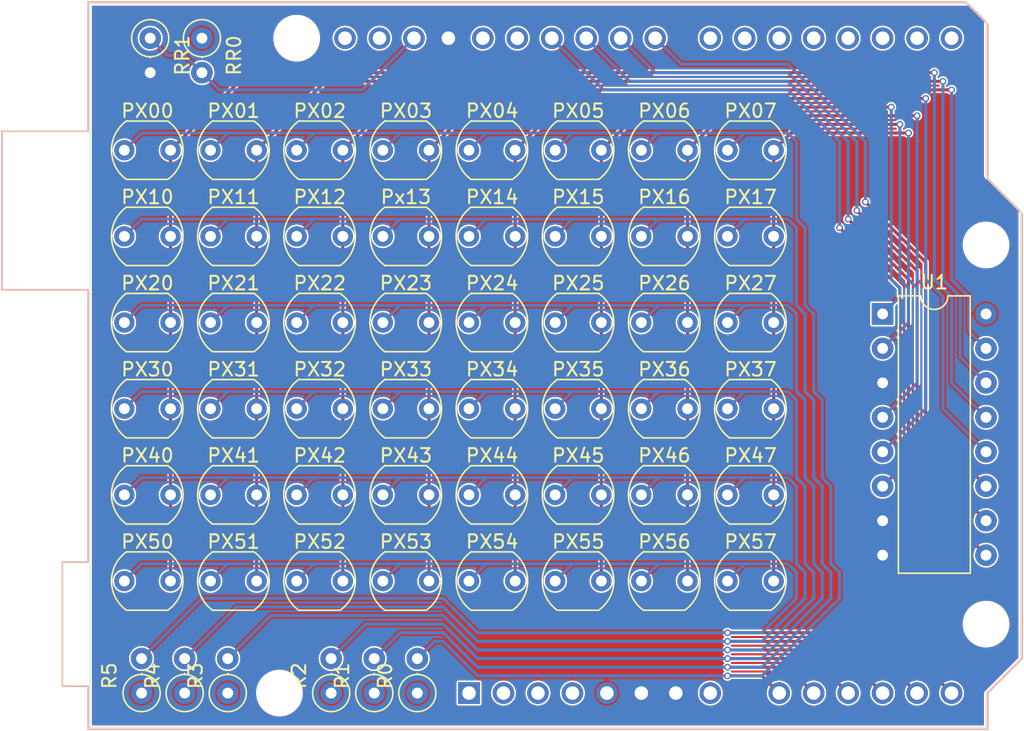
<source format=kicad_pcb>
(kicad_pcb (version 20171130) (host pcbnew 5.1.10)
  (layers (0 F.Cu signal) (31 B.Cu signal) (34 B.Paste user) (35 F.Paste user) (36 B.SilkS user hide) (37 F.SilkS user) (38 B.Mask user) (39 F.Mask user hide) (44 Edge.Cuts user))
  (net 0 "")
  (net 1 "Net-(A1-Pad16)")
  (net 2 "Net-(A1-Pad15)")
  (net 3 "Net-(A1-Pad30)")
  (net 4 "Net-(A1-Pad14)")
  (net 5 "Net-(A1-Pad13)")
  (net 6 "Net-(A1-Pad28)")
  (net 7 "Net-(A1-Pad12)")
  (net 8 "Net-(A1-Pad27)")
  (net 9 "Net-(A1-Pad11)")
  (net 10 "Net-(A1-Pad26)")
  (net 11 "Net-(A1-Pad10)")
  (net 12 "Net-(A1-Pad25)")
  (net 13 "Net-(A1-Pad9)")
  (net 14 "Net-(A1-Pad24)")
  (net 15 "Net-(A1-Pad8)")
  (net 16 "Net-(A1-Pad23)")
  (net 17 "Net-(A1-Pad22)")
  (net 18 "Net-(A1-Pad21)")
  (net 19 "Net-(A1-Pad20)")
  (net 20 "Net-(A1-Pad4)")
  (net 21 "Net-(A1-Pad19)")
  (net 22 "Net-(A1-Pad3)")
  (net 23 "Net-(A1-Pad18)")
  (net 24 "Net-(A1-Pad2)")
  (net 25 "Net-(A1-Pad17)")
  (net 26 "Net-(A1-Pad1)")
  (net 27 "Net-(A1-Pad31)")
  (net 28 "Net-(A1-Pad32)")
  (net 29 GND)
  (net 30 +5V)
  (net 31 "Net-(PX00-Pad2)")
  (net 32 "Net-(PX01-Pad2)")
  (net 33 "Net-(PX02-Pad2)")
  (net 34 "Net-(PX03-Pad2)")
  (net 35 "Net-(PX04-Pad2)")
  (net 36 "Net-(PX05-Pad2)")
  (net 37 "Net-(PX06-Pad2)")
  (net 38 "Net-(PX07-Pad2)")
  (module Module:Arduino_UNO_R3_WithMountingHoles (layer B.Cu) (at 217.17 144.78)
    (fp_text reference A1 (at 1.27 3.81 -180) (layer B.SilkS) (effects (justify mirror)))
    (fp_text value Arduino_Leonardo)
    (pad "" np_thru_hole circle (at 38.1 -5.08 270) (size 3.2 3.2) (drill 3.2) (layers *.Cu *.Mask))
    (pad "" np_thru_hole circle (at 38.1 -33.02 270) (size 3.2 3.2) (drill 3.2) (layers *.Cu *.Mask))
    (pad "" np_thru_hole circle (at -12.7 -48.26 270) (size 3.2 3.2) (drill 3.2) (layers *.Cu *.Mask))
    (pad "" np_thru_hole circle (at -13.97 0 270) (size 3.2 3.2) (drill 3.2) (layers *.Cu *.Mask))
    (pad 16 thru_hole oval (at 33.02 -48.26 270) (size 1.6 1.6) (drill 1) (layers *.Cu *.Mask) (net 1 "Net-(A1-Pad16)"))
    (pad 15 thru_hole oval (at 35.56 -48.26 270) (size 1.6 1.6) (drill 1) (layers *.Cu *.Mask) (net 2 "Net-(A1-Pad15)"))
    (pad 30 thru_hole oval (at -4.06 -48.26 270) (size 1.6 1.6) (drill 1) (layers *.Cu *.Mask) (net 3 "Net-(A1-Pad30)"))
    (pad 14 thru_hole oval (at 35.56 0 270) (size 1.6 1.6) (drill 1) (layers *.Cu *.Mask) (net 4 "Net-(A1-Pad14)"))
    (pad 29 thru_hole oval (at -1.52 -48.26 270) (size 1.6 1.6) (drill 1) (layers *.Cu *.Mask) (net 29 GND))
    (pad 13 thru_hole oval (at 33.02 0 270) (size 1.6 1.6) (drill 1) (layers *.Cu *.Mask) (net 5 "Net-(A1-Pad13)"))
    (pad 28 thru_hole oval (at 1.02 -48.26 270) (size 1.6 1.6) (drill 1) (layers *.Cu *.Mask) (net 6 "Net-(A1-Pad28)"))
    (pad 12 thru_hole oval (at 30.48 0 270) (size 1.6 1.6) (drill 1) (layers *.Cu *.Mask) (net 7 "Net-(A1-Pad12)"))
    (pad 27 thru_hole oval (at 3.56 -48.26 270) (size 1.6 1.6) (drill 1) (layers *.Cu *.Mask) (net 8 "Net-(A1-Pad27)"))
    (pad 11 thru_hole oval (at 27.94 0 270) (size 1.6 1.6) (drill 1) (layers *.Cu *.Mask) (net 9 "Net-(A1-Pad11)"))
    (pad 26 thru_hole oval (at 6.1 -48.26 270) (size 1.6 1.6) (drill 1) (layers *.Cu *.Mask) (net 10 "Net-(A1-Pad26)"))
    (pad 10 thru_hole oval (at 25.4 0 270) (size 1.6 1.6) (drill 1) (layers *.Cu *.Mask) (net 11 "Net-(A1-Pad10)"))
    (pad 25 thru_hole oval (at 8.64 -48.26 270) (size 1.6 1.6) (drill 1) (layers *.Cu *.Mask) (net 12 "Net-(A1-Pad25)"))
    (pad 9 thru_hole oval (at 22.86 0 270) (size 1.6 1.6) (drill 1) (layers *.Cu *.Mask) (net 13 "Net-(A1-Pad9)"))
    (pad 24 thru_hole oval (at 11.18 -48.26 270) (size 1.6 1.6) (drill 1) (layers *.Cu *.Mask) (net 14 "Net-(A1-Pad24)"))
    (pad 8 thru_hole oval (at 17.78 0 270) (size 1.6 1.6) (drill 1) (layers *.Cu *.Mask) (net 15 "Net-(A1-Pad8)"))
    (pad 23 thru_hole oval (at 13.72 -48.26 270) (size 1.6 1.6) (drill 1) (layers *.Cu *.Mask) (net 16 "Net-(A1-Pad23)"))
    (pad 7 thru_hole oval (at 15.24 0 270) (size 1.6 1.6) (drill 1) (layers *.Cu *.Mask) (net 29 GND))
    (pad 22 thru_hole oval (at 17.78 -48.26 270) (size 1.6 1.6) (drill 1) (layers *.Cu *.Mask) (net 17 "Net-(A1-Pad22)"))
    (pad 6 thru_hole oval (at 12.7 0 270) (size 1.6 1.6) (drill 1) (layers *.Cu *.Mask) (net 29 GND))
    (pad 21 thru_hole oval (at 20.32 -48.26 270) (size 1.6 1.6) (drill 1) (layers *.Cu *.Mask) (net 18 "Net-(A1-Pad21)"))
    (pad 5 thru_hole oval (at 10.16 0 270) (size 1.6 1.6) (drill 1) (layers *.Cu *.Mask) (net 30 +5V))
    (pad 20 thru_hole oval (at 22.86 -48.26 270) (size 1.6 1.6) (drill 1) (layers *.Cu *.Mask) (net 19 "Net-(A1-Pad20)"))
    (pad 4 thru_hole oval (at 7.62 0 270) (size 1.6 1.6) (drill 1) (layers *.Cu *.Mask) (net 20 "Net-(A1-Pad4)"))
    (pad 19 thru_hole oval (at 25.4 -48.26 270) (size 1.6 1.6) (drill 1) (layers *.Cu *.Mask) (net 21 "Net-(A1-Pad19)"))
    (pad 3 thru_hole oval (at 5.08 0 270) (size 1.6 1.6) (drill 1) (layers *.Cu *.Mask) (net 22 "Net-(A1-Pad3)"))
    (pad 18 thru_hole oval (at 27.94 -48.26 270) (size 1.6 1.6) (drill 1) (layers *.Cu *.Mask) (net 23 "Net-(A1-Pad18)"))
    (pad 2 thru_hole oval (at 2.54 0 270) (size 1.6 1.6) (drill 1) (layers *.Cu *.Mask) (net 24 "Net-(A1-Pad2)"))
    (pad 17 thru_hole oval (at 30.48 -48.26 270) (size 1.6 1.6) (drill 1) (layers *.Cu *.Mask) (net 25 "Net-(A1-Pad17)"))
    (pad 1 thru_hole rect (at 0 0 270) (size 1.6 1.6) (drill 1) (layers *.Cu *.Mask) (net 26 "Net-(A1-Pad1)"))
    (pad 31 thru_hole oval (at -6.6 -48.26 270) (size 1.6 1.6) (drill 1) (layers *.Cu *.Mask) (net 27 "Net-(A1-Pad31)"))
    (pad 32 thru_hole oval (at -9.14 -48.26 270) (size 1.6 1.6) (drill 1) (layers *.Cu *.Mask) (net 28 "Net-(A1-Pad32)"))
  )
  (module Package_DIP:DIP-16_W7.62mm (layer F.Cu) (at 247.65 116.84)
    (fp_text reference U1 (at 3.81 -2.33) (layer F.SilkS))
    (fp_text value CD4051B)
    (pad 16 thru_hole oval (at 7.62 0) (size 1.6 1.6) (drill 0.8) (layers *.Cu *.Mask) (net 30 +5V))
    (pad 8 thru_hole oval (at 0 17.78) (size 1.6 1.6) (drill 0.8) (layers *.Cu *.Mask) (net 29 GND))
    (pad 15 thru_hole oval (at 7.62 2.54) (size 1.6 1.6) (drill 0.8) (layers *.Cu *.Mask) (net 33 "Net-(PX02-Pad2)"))
    (pad 7 thru_hole oval (at 0 15.24) (size 1.6 1.6) (drill 0.8) (layers *.Cu *.Mask) (net 29 GND))
    (pad 14 thru_hole oval (at 7.62 5.08) (size 1.6 1.6) (drill 0.8) (layers *.Cu *.Mask) (net 32 "Net-(PX01-Pad2)"))
    (pad 6 thru_hole oval (at 0 12.7) (size 1.6 1.6) (drill 0.8) (layers *.Cu *.Mask) (net 10 "Net-(A1-Pad26)"))
    (pad 13 thru_hole oval (at 7.62 7.62) (size 1.6 1.6) (drill 0.8) (layers *.Cu *.Mask) (net 31 "Net-(PX00-Pad2)"))
    (pad 5 thru_hole oval (at 0 10.16) (size 1.6 1.6) (drill 0.8) (layers *.Cu *.Mask) (net 36 "Net-(PX05-Pad2)"))
    (pad 12 thru_hole oval (at 7.62 10.16) (size 1.6 1.6) (drill 0.8) (layers *.Cu *.Mask) (net 34 "Net-(PX03-Pad2)"))
    (pad 4 thru_hole oval (at 0 7.62) (size 1.6 1.6) (drill 0.8) (layers *.Cu *.Mask) (net 38 "Net-(PX07-Pad2)"))
    (pad 11 thru_hole oval (at 7.62 12.7) (size 1.6 1.6) (drill 0.8) (layers *.Cu *.Mask) (net 16 "Net-(A1-Pad23)"))
    (pad 3 thru_hole oval (at 0 5.08) (size 1.6 1.6) (drill 0.8) (layers *.Cu *.Mask) (net 29 GND))
    (pad 10 thru_hole oval (at 7.62 15.24) (size 1.6 1.6) (drill 0.8) (layers *.Cu *.Mask) (net 14 "Net-(A1-Pad24)"))
    (pad 2 thru_hole oval (at 0 2.54) (size 1.6 1.6) (drill 0.8) (layers *.Cu *.Mask) (net 37 "Net-(PX06-Pad2)"))
    (pad 9 thru_hole oval (at 7.62 17.78) (size 1.6 1.6) (drill 0.8) (layers *.Cu *.Mask) (net 12 "Net-(A1-Pad25)"))
    (pad 1 thru_hole rect (at 0 0) (size 1.6 1.6) (drill 0.8) (layers *.Cu *.Mask) (net 35 "Net-(PX04-Pad2)"))
  )
  (module Resistor_THT:R_Axial_DIN0207_L6.3mm_D2.5mm_P2.54mm_Vertical (layer F.Cu) (at 193.675 96.52 270)
    (fp_text reference RR1 (at 1.27 -2.37 90) (layer F.SilkS))
    (fp_text value R10K)
    (pad 2 thru_hole oval (at 2.54 0 270) (size 1.6 1.6) (drill 0.8) (layers *.Cu *.Mask) (net 29 GND))
    (pad 1 thru_hole circle (at 0 0 270) (size 1.6 1.6) (drill 0.8) (layers *.Cu *.Mask) (net 3 "Net-(A1-Pad30)"))
  )
  (module Resistor_THT:R_Axial_DIN0207_L6.3mm_D2.5mm_P2.54mm_Vertical (layer F.Cu) (at 197.485 96.52 270)
    (fp_text reference RR0 (at 1.27 -2.37 90) (layer F.SilkS))
    (fp_text value R10K)
    (pad 2 thru_hole oval (at 2.54 0 270) (size 1.6 1.6) (drill 0.8) (layers *.Cu *.Mask) (net 3 "Net-(A1-Pad30)"))
    (pad 1 thru_hole circle (at 0 0 270) (size 1.6 1.6) (drill 0.8) (layers *.Cu *.Mask) (net 30 +5V))
  )
  (module Resistor_THT:R_Axial_DIN0207_L6.3mm_D2.5mm_P2.54mm_Vertical (layer F.Cu) (at 193.04 144.78 90)
    (fp_text reference R5 (at 1.27 -2.37 90) (layer F.SilkS))
    (fp_text value R10K)
    (pad 2 thru_hole oval (at 2.54 0 90) (size 1.6 1.6) (drill 0.8) (layers *.Cu *.Mask) (net 4 "Net-(A1-Pad14)"))
    (pad 1 thru_hole circle (at 0 0 90) (size 1.6 1.6) (drill 0.8) (layers *.Cu *.Mask) (net 30 +5V))
  )
  (module Resistor_THT:R_Axial_DIN0207_L6.3mm_D2.5mm_P2.54mm_Vertical (layer F.Cu) (at 196.215 144.78 90)
    (fp_text reference R4 (at 1.27 -2.37 90) (layer F.SilkS))
    (fp_text value R10K)
    (pad 2 thru_hole oval (at 2.54 0 90) (size 1.6 1.6) (drill 0.8) (layers *.Cu *.Mask) (net 5 "Net-(A1-Pad13)"))
    (pad 1 thru_hole circle (at 0 0 90) (size 1.6 1.6) (drill 0.8) (layers *.Cu *.Mask) (net 30 +5V))
  )
  (module Resistor_THT:R_Axial_DIN0207_L6.3mm_D2.5mm_P2.54mm_Vertical (layer F.Cu) (at 199.39 144.78 90)
    (fp_text reference R3 (at 1.27 -2.37 90) (layer F.SilkS))
    (fp_text value R10K)
    (pad 2 thru_hole oval (at 2.54 0 90) (size 1.6 1.6) (drill 0.8) (layers *.Cu *.Mask) (net 7 "Net-(A1-Pad12)"))
    (pad 1 thru_hole circle (at 0 0 90) (size 1.6 1.6) (drill 0.8) (layers *.Cu *.Mask) (net 30 +5V))
  )
  (module Resistor_THT:R_Axial_DIN0207_L6.3mm_D2.5mm_P2.54mm_Vertical (layer F.Cu) (at 207.01 144.78 90)
    (fp_text reference R2 (at 1.27 -2.37 90) (layer F.SilkS))
    (fp_text value R10K)
    (pad 2 thru_hole oval (at 2.54 0 90) (size 1.6 1.6) (drill 0.8) (layers *.Cu *.Mask) (net 9 "Net-(A1-Pad11)"))
    (pad 1 thru_hole circle (at 0 0 90) (size 1.6 1.6) (drill 0.8) (layers *.Cu *.Mask) (net 30 +5V))
  )
  (module Resistor_THT:R_Axial_DIN0207_L6.3mm_D2.5mm_P2.54mm_Vertical (layer F.Cu) (at 210.185 144.78 90)
    (fp_text reference R1 (at 1.27 -2.37 90) (layer F.SilkS))
    (fp_text value R10K)
    (pad 2 thru_hole oval (at 2.54 0 90) (size 1.6 1.6) (drill 0.8) (layers *.Cu *.Mask) (net 11 "Net-(A1-Pad10)"))
    (pad 1 thru_hole circle (at 0 0 90) (size 1.6 1.6) (drill 0.8) (layers *.Cu *.Mask) (net 30 +5V))
  )
  (module Resistor_THT:R_Axial_DIN0207_L6.3mm_D2.5mm_P2.54mm_Vertical (layer F.Cu) (at 213.36 144.78 90)
    (fp_text reference R0 (at 1.27 -2.37 90) (layer F.SilkS))
    (fp_text value R10K)
    (pad 2 thru_hole oval (at 2.54 0 90) (size 1.6 1.6) (drill 0.8) (layers *.Cu *.Mask) (net 13 "Net-(A1-Pad9)"))
    (pad 1 thru_hole circle (at 0 0 90) (size 1.6 1.6) (drill 0.8) (layers *.Cu *.Mask) (net 30 +5V))
  )
  (module OptoDevice:R_LDR_5.1x4.3mm_P3.4mm_Vertical (layer F.Cu) (at 236.22 111.125)
    (fp_text reference PX17 (at 1.7 -2.9) (layer F.SilkS))
    (fp_text value GL5516)
    (pad 1 thru_hole circle (at 0 0) (size 1.5 1.5) (drill 0.8) (layers *.Cu *.Mask) (net 11 "Net-(A1-Pad10)"))
    (pad 2 thru_hole circle (at 3.4 0) (size 1.5 1.5) (drill 0.8) (layers *.Cu *.Mask) (net 38 "Net-(PX07-Pad2)"))
  )
  (module OptoDevice:R_LDR_5.1x4.3mm_P3.4mm_Vertical (layer F.Cu) (at 229.87 111.125)
    (fp_text reference PX16 (at 1.7 -2.9) (layer F.SilkS))
    (fp_text value GL5516)
    (pad 1 thru_hole circle (at 0 0) (size 1.5 1.5) (drill 0.8) (layers *.Cu *.Mask) (net 11 "Net-(A1-Pad10)"))
    (pad 2 thru_hole circle (at 3.4 0) (size 1.5 1.5) (drill 0.8) (layers *.Cu *.Mask) (net 37 "Net-(PX06-Pad2)"))
  )
  (module OptoDevice:R_LDR_5.1x4.3mm_P3.4mm_Vertical (layer F.Cu) (at 223.52 111.125)
    (fp_text reference PX15 (at 1.7 -2.9) (layer F.SilkS))
    (fp_text value GL5516)
    (pad 1 thru_hole circle (at 0 0) (size 1.5 1.5) (drill 0.8) (layers *.Cu *.Mask) (net 11 "Net-(A1-Pad10)"))
    (pad 2 thru_hole circle (at 3.4 0) (size 1.5 1.5) (drill 0.8) (layers *.Cu *.Mask) (net 36 "Net-(PX05-Pad2)"))
  )
  (module OptoDevice:R_LDR_5.1x4.3mm_P3.4mm_Vertical (layer F.Cu) (at 217.17 111.125)
    (fp_text reference PX14 (at 1.7 -2.9) (layer F.SilkS))
    (fp_text value GL5516)
    (pad 1 thru_hole circle (at 0 0) (size 1.5 1.5) (drill 0.8) (layers *.Cu *.Mask) (net 11 "Net-(A1-Pad10)"))
    (pad 2 thru_hole circle (at 3.4 0) (size 1.5 1.5) (drill 0.8) (layers *.Cu *.Mask) (net 35 "Net-(PX04-Pad2)"))
  )
  (module OptoDevice:R_LDR_5.1x4.3mm_P3.4mm_Vertical (layer F.Cu) (at 210.82 111.125)
    (fp_text reference Px13 (at 1.7 -2.9) (layer F.SilkS))
    (fp_text value GL5516)
    (pad 1 thru_hole circle (at 0 0) (size 1.5 1.5) (drill 0.8) (layers *.Cu *.Mask) (net 11 "Net-(A1-Pad10)"))
    (pad 2 thru_hole circle (at 3.4 0) (size 1.5 1.5) (drill 0.8) (layers *.Cu *.Mask) (net 34 "Net-(PX03-Pad2)"))
  )
  (module OptoDevice:R_LDR_5.1x4.3mm_P3.4mm_Vertical (layer F.Cu) (at 204.47 111.125)
    (fp_text reference PX12 (at 1.7 -2.9) (layer F.SilkS))
    (fp_text value GL5516)
    (pad 1 thru_hole circle (at 0 0) (size 1.5 1.5) (drill 0.8) (layers *.Cu *.Mask) (net 11 "Net-(A1-Pad10)"))
    (pad 2 thru_hole circle (at 3.4 0) (size 1.5 1.5) (drill 0.8) (layers *.Cu *.Mask) (net 33 "Net-(PX02-Pad2)"))
  )
  (module OptoDevice:R_LDR_5.1x4.3mm_P3.4mm_Vertical (layer F.Cu) (at 198.12 111.125)
    (fp_text reference PX11 (at 1.7 -2.9) (layer F.SilkS))
    (fp_text value GL5516)
    (pad 1 thru_hole circle (at 0 0) (size 1.5 1.5) (drill 0.8) (layers *.Cu *.Mask) (net 11 "Net-(A1-Pad10)"))
    (pad 2 thru_hole circle (at 3.4 0) (size 1.5 1.5) (drill 0.8) (layers *.Cu *.Mask) (net 32 "Net-(PX01-Pad2)"))
  )
  (module OptoDevice:R_LDR_5.1x4.3mm_P3.4mm_Vertical (layer F.Cu) (at 191.77 111.125)
    (fp_text reference PX10 (at 1.7 -2.9) (layer F.SilkS))
    (fp_text value GL5516)
    (pad 1 thru_hole circle (at 0 0) (size 1.5 1.5) (drill 0.8) (layers *.Cu *.Mask) (net 11 "Net-(A1-Pad10)"))
    (pad 2 thru_hole circle (at 3.4 0) (size 1.5 1.5) (drill 0.8) (layers *.Cu *.Mask) (net 31 "Net-(PX00-Pad2)"))
  )
  (module OptoDevice:R_LDR_5.1x4.3mm_P3.4mm_Vertical (layer F.Cu) (at 236.22 136.525)
    (fp_text reference PX57 (at 1.7 -2.9) (layer F.SilkS))
    (fp_text value GL5516)
    (pad 1 thru_hole circle (at 0 0) (size 1.5 1.5) (drill 0.8) (layers *.Cu *.Mask) (net 4 "Net-(A1-Pad14)"))
    (pad 2 thru_hole circle (at 3.4 0) (size 1.5 1.5) (drill 0.8) (layers *.Cu *.Mask) (net 38 "Net-(PX07-Pad2)"))
  )
  (module OptoDevice:R_LDR_5.1x4.3mm_P3.4mm_Vertical (layer F.Cu) (at 229.87 136.525)
    (fp_text reference PX56 (at 1.7 -2.9) (layer F.SilkS))
    (fp_text value GL5516)
    (pad 1 thru_hole circle (at 0 0) (size 1.5 1.5) (drill 0.8) (layers *.Cu *.Mask) (net 4 "Net-(A1-Pad14)"))
    (pad 2 thru_hole circle (at 3.4 0) (size 1.5 1.5) (drill 0.8) (layers *.Cu *.Mask) (net 37 "Net-(PX06-Pad2)"))
  )
  (module OptoDevice:R_LDR_5.1x4.3mm_P3.4mm_Vertical (layer F.Cu) (at 223.52 136.525)
    (fp_text reference PX55 (at 1.7 -2.9) (layer F.SilkS))
    (fp_text value GL5516)
    (pad 1 thru_hole circle (at 0 0) (size 1.5 1.5) (drill 0.8) (layers *.Cu *.Mask) (net 4 "Net-(A1-Pad14)"))
    (pad 2 thru_hole circle (at 3.4 0) (size 1.5 1.5) (drill 0.8) (layers *.Cu *.Mask) (net 36 "Net-(PX05-Pad2)"))
  )
  (module OptoDevice:R_LDR_5.1x4.3mm_P3.4mm_Vertical (layer F.Cu) (at 217.17 136.525)
    (fp_text reference PX54 (at 1.7 -2.9) (layer F.SilkS))
    (fp_text value GL5516)
    (pad 1 thru_hole circle (at 0 0) (size 1.5 1.5) (drill 0.8) (layers *.Cu *.Mask) (net 4 "Net-(A1-Pad14)"))
    (pad 2 thru_hole circle (at 3.4 0) (size 1.5 1.5) (drill 0.8) (layers *.Cu *.Mask) (net 35 "Net-(PX04-Pad2)"))
  )
  (module OptoDevice:R_LDR_5.1x4.3mm_P3.4mm_Vertical (layer F.Cu) (at 210.82 136.525)
    (fp_text reference PX53 (at 1.7 -2.9) (layer F.SilkS))
    (fp_text value GL5516)
    (pad 1 thru_hole circle (at 0 0) (size 1.5 1.5) (drill 0.8) (layers *.Cu *.Mask) (net 4 "Net-(A1-Pad14)"))
    (pad 2 thru_hole circle (at 3.4 0) (size 1.5 1.5) (drill 0.8) (layers *.Cu *.Mask) (net 34 "Net-(PX03-Pad2)"))
  )
  (module OptoDevice:R_LDR_5.1x4.3mm_P3.4mm_Vertical (layer F.Cu) (at 204.47 136.525)
    (fp_text reference PX52 (at 1.7 -2.9) (layer F.SilkS))
    (fp_text value GL5516)
    (pad 1 thru_hole circle (at 0 0) (size 1.5 1.5) (drill 0.8) (layers *.Cu *.Mask) (net 4 "Net-(A1-Pad14)"))
    (pad 2 thru_hole circle (at 3.4 0) (size 1.5 1.5) (drill 0.8) (layers *.Cu *.Mask) (net 33 "Net-(PX02-Pad2)"))
  )
  (module OptoDevice:R_LDR_5.1x4.3mm_P3.4mm_Vertical (layer F.Cu) (at 198.12 136.525)
    (fp_text reference PX51 (at 1.7 -2.9) (layer F.SilkS))
    (fp_text value GL5516)
    (pad 1 thru_hole circle (at 0 0) (size 1.5 1.5) (drill 0.8) (layers *.Cu *.Mask) (net 4 "Net-(A1-Pad14)"))
    (pad 2 thru_hole circle (at 3.4 0) (size 1.5 1.5) (drill 0.8) (layers *.Cu *.Mask) (net 32 "Net-(PX01-Pad2)"))
  )
  (module OptoDevice:R_LDR_5.1x4.3mm_P3.4mm_Vertical (layer F.Cu) (at 191.77 136.525)
    (fp_text reference PX50 (at 1.7 -2.9) (layer F.SilkS))
    (fp_text value GL5516)
    (pad 1 thru_hole circle (at 0 0) (size 1.5 1.5) (drill 0.8) (layers *.Cu *.Mask) (net 4 "Net-(A1-Pad14)"))
    (pad 2 thru_hole circle (at 3.4 0) (size 1.5 1.5) (drill 0.8) (layers *.Cu *.Mask) (net 31 "Net-(PX00-Pad2)"))
  )
  (module OptoDevice:R_LDR_5.1x4.3mm_P3.4mm_Vertical (layer F.Cu) (at 236.22 130.175)
    (fp_text reference PX47 (at 1.7 -2.9) (layer F.SilkS))
    (fp_text value GL5516)
    (pad 1 thru_hole circle (at 0 0) (size 1.5 1.5) (drill 0.8) (layers *.Cu *.Mask) (net 5 "Net-(A1-Pad13)"))
    (pad 2 thru_hole circle (at 3.4 0) (size 1.5 1.5) (drill 0.8) (layers *.Cu *.Mask) (net 38 "Net-(PX07-Pad2)"))
  )
  (module OptoDevice:R_LDR_5.1x4.3mm_P3.4mm_Vertical (layer F.Cu) (at 229.87 130.175)
    (fp_text reference PX46 (at 1.7 -2.9) (layer F.SilkS))
    (fp_text value GL5516)
    (pad 1 thru_hole circle (at 0 0) (size 1.5 1.5) (drill 0.8) (layers *.Cu *.Mask) (net 5 "Net-(A1-Pad13)"))
    (pad 2 thru_hole circle (at 3.4 0) (size 1.5 1.5) (drill 0.8) (layers *.Cu *.Mask) (net 37 "Net-(PX06-Pad2)"))
  )
  (module OptoDevice:R_LDR_5.1x4.3mm_P3.4mm_Vertical (layer F.Cu) (at 223.52 130.175)
    (fp_text reference PX45 (at 1.7 -2.9) (layer F.SilkS))
    (fp_text value GL5516)
    (pad 1 thru_hole circle (at 0 0) (size 1.5 1.5) (drill 0.8) (layers *.Cu *.Mask) (net 5 "Net-(A1-Pad13)"))
    (pad 2 thru_hole circle (at 3.4 0) (size 1.5 1.5) (drill 0.8) (layers *.Cu *.Mask) (net 36 "Net-(PX05-Pad2)"))
  )
  (module OptoDevice:R_LDR_5.1x4.3mm_P3.4mm_Vertical (layer F.Cu) (at 217.17 130.175)
    (fp_text reference PX44 (at 1.7 -2.9) (layer F.SilkS))
    (fp_text value GL5516)
    (pad 1 thru_hole circle (at 0 0) (size 1.5 1.5) (drill 0.8) (layers *.Cu *.Mask) (net 5 "Net-(A1-Pad13)"))
    (pad 2 thru_hole circle (at 3.4 0) (size 1.5 1.5) (drill 0.8) (layers *.Cu *.Mask) (net 35 "Net-(PX04-Pad2)"))
  )
  (module OptoDevice:R_LDR_5.1x4.3mm_P3.4mm_Vertical (layer F.Cu) (at 210.82 130.175)
    (fp_text reference PX43 (at 1.7 -2.9) (layer F.SilkS))
    (fp_text value GL5516)
    (pad 1 thru_hole circle (at 0 0) (size 1.5 1.5) (drill 0.8) (layers *.Cu *.Mask) (net 5 "Net-(A1-Pad13)"))
    (pad 2 thru_hole circle (at 3.4 0) (size 1.5 1.5) (drill 0.8) (layers *.Cu *.Mask) (net 34 "Net-(PX03-Pad2)"))
  )
  (module OptoDevice:R_LDR_5.1x4.3mm_P3.4mm_Vertical (layer F.Cu) (at 204.47 130.175)
    (fp_text reference PX42 (at 1.7 -2.9) (layer F.SilkS))
    (fp_text value GL5516)
    (pad 1 thru_hole circle (at 0 0) (size 1.5 1.5) (drill 0.8) (layers *.Cu *.Mask) (net 5 "Net-(A1-Pad13)"))
    (pad 2 thru_hole circle (at 3.4 0) (size 1.5 1.5) (drill 0.8) (layers *.Cu *.Mask) (net 33 "Net-(PX02-Pad2)"))
  )
  (module OptoDevice:R_LDR_5.1x4.3mm_P3.4mm_Vertical (layer F.Cu) (at 198.12 130.175)
    (fp_text reference PX41 (at 1.7 -2.9) (layer F.SilkS))
    (fp_text value GL5516)
    (pad 1 thru_hole circle (at 0 0) (size 1.5 1.5) (drill 0.8) (layers *.Cu *.Mask) (net 5 "Net-(A1-Pad13)"))
    (pad 2 thru_hole circle (at 3.4 0) (size 1.5 1.5) (drill 0.8) (layers *.Cu *.Mask) (net 32 "Net-(PX01-Pad2)"))
  )
  (module OptoDevice:R_LDR_5.1x4.3mm_P3.4mm_Vertical (layer F.Cu) (at 191.77 130.175)
    (fp_text reference PX40 (at 1.7 -2.9) (layer F.SilkS))
    (fp_text value GL5516)
    (pad 1 thru_hole circle (at 0 0) (size 1.5 1.5) (drill 0.8) (layers *.Cu *.Mask) (net 5 "Net-(A1-Pad13)"))
    (pad 2 thru_hole circle (at 3.4 0) (size 1.5 1.5) (drill 0.8) (layers *.Cu *.Mask) (net 31 "Net-(PX00-Pad2)"))
  )
  (module OptoDevice:R_LDR_5.1x4.3mm_P3.4mm_Vertical (layer F.Cu) (at 236.22 123.825)
    (fp_text reference PX37 (at 1.7 -2.9) (layer F.SilkS))
    (fp_text value GL5516)
    (pad 1 thru_hole circle (at 0 0) (size 1.5 1.5) (drill 0.8) (layers *.Cu *.Mask) (net 7 "Net-(A1-Pad12)"))
    (pad 2 thru_hole circle (at 3.4 0) (size 1.5 1.5) (drill 0.8) (layers *.Cu *.Mask) (net 38 "Net-(PX07-Pad2)"))
  )
  (module OptoDevice:R_LDR_5.1x4.3mm_P3.4mm_Vertical (layer F.Cu) (at 229.87 123.825)
    (fp_text reference PX36 (at 1.7 -2.9) (layer F.SilkS))
    (fp_text value GL5516)
    (pad 1 thru_hole circle (at 0 0) (size 1.5 1.5) (drill 0.8) (layers *.Cu *.Mask) (net 7 "Net-(A1-Pad12)"))
    (pad 2 thru_hole circle (at 3.4 0) (size 1.5 1.5) (drill 0.8) (layers *.Cu *.Mask) (net 37 "Net-(PX06-Pad2)"))
  )
  (module OptoDevice:R_LDR_5.1x4.3mm_P3.4mm_Vertical (layer F.Cu) (at 223.52 123.825)
    (fp_text reference PX35 (at 1.7 -2.9) (layer F.SilkS))
    (fp_text value GL5516)
    (pad 1 thru_hole circle (at 0 0) (size 1.5 1.5) (drill 0.8) (layers *.Cu *.Mask) (net 7 "Net-(A1-Pad12)"))
    (pad 2 thru_hole circle (at 3.4 0) (size 1.5 1.5) (drill 0.8) (layers *.Cu *.Mask) (net 36 "Net-(PX05-Pad2)"))
  )
  (module OptoDevice:R_LDR_5.1x4.3mm_P3.4mm_Vertical (layer F.Cu) (at 217.17 123.825)
    (fp_text reference PX34 (at 1.7 -2.9) (layer F.SilkS))
    (fp_text value GL5516)
    (pad 1 thru_hole circle (at 0 0) (size 1.5 1.5) (drill 0.8) (layers *.Cu *.Mask) (net 7 "Net-(A1-Pad12)"))
    (pad 2 thru_hole circle (at 3.4 0) (size 1.5 1.5) (drill 0.8) (layers *.Cu *.Mask) (net 35 "Net-(PX04-Pad2)"))
  )
  (module OptoDevice:R_LDR_5.1x4.3mm_P3.4mm_Vertical (layer F.Cu) (at 210.82 123.825)
    (fp_text reference PX33 (at 1.7 -2.9) (layer F.SilkS))
    (fp_text value GL5516)
    (pad 1 thru_hole circle (at 0 0) (size 1.5 1.5) (drill 0.8) (layers *.Cu *.Mask) (net 7 "Net-(A1-Pad12)"))
    (pad 2 thru_hole circle (at 3.4 0) (size 1.5 1.5) (drill 0.8) (layers *.Cu *.Mask) (net 34 "Net-(PX03-Pad2)"))
  )
  (module OptoDevice:R_LDR_5.1x4.3mm_P3.4mm_Vertical (layer F.Cu) (at 204.47 123.825)
    (fp_text reference PX32 (at 1.7 -2.9) (layer F.SilkS))
    (fp_text value GL5516)
    (pad 1 thru_hole circle (at 0 0) (size 1.5 1.5) (drill 0.8) (layers *.Cu *.Mask) (net 7 "Net-(A1-Pad12)"))
    (pad 2 thru_hole circle (at 3.4 0) (size 1.5 1.5) (drill 0.8) (layers *.Cu *.Mask) (net 33 "Net-(PX02-Pad2)"))
  )
  (module OptoDevice:R_LDR_5.1x4.3mm_P3.4mm_Vertical (layer F.Cu) (at 198.12 123.825)
    (fp_text reference PX31 (at 1.7 -2.9) (layer F.SilkS))
    (fp_text value GL5516)
    (pad 1 thru_hole circle (at 0 0) (size 1.5 1.5) (drill 0.8) (layers *.Cu *.Mask) (net 7 "Net-(A1-Pad12)"))
    (pad 2 thru_hole circle (at 3.4 0) (size 1.5 1.5) (drill 0.8) (layers *.Cu *.Mask) (net 32 "Net-(PX01-Pad2)"))
  )
  (module OptoDevice:R_LDR_5.1x4.3mm_P3.4mm_Vertical (layer F.Cu) (at 191.77 123.825)
    (fp_text reference PX30 (at 1.7 -2.9) (layer F.SilkS))
    (fp_text value GL5516)
    (pad 1 thru_hole circle (at 0 0) (size 1.5 1.5) (drill 0.8) (layers *.Cu *.Mask) (net 7 "Net-(A1-Pad12)"))
    (pad 2 thru_hole circle (at 3.4 0) (size 1.5 1.5) (drill 0.8) (layers *.Cu *.Mask) (net 31 "Net-(PX00-Pad2)"))
  )
  (module OptoDevice:R_LDR_5.1x4.3mm_P3.4mm_Vertical (layer F.Cu) (at 236.22 117.475)
    (fp_text reference PX27 (at 1.7 -2.9) (layer F.SilkS))
    (fp_text value GL5516)
    (pad 1 thru_hole circle (at 0 0) (size 1.5 1.5) (drill 0.8) (layers *.Cu *.Mask) (net 9 "Net-(A1-Pad11)"))
    (pad 2 thru_hole circle (at 3.4 0) (size 1.5 1.5) (drill 0.8) (layers *.Cu *.Mask) (net 38 "Net-(PX07-Pad2)"))
  )
  (module OptoDevice:R_LDR_5.1x4.3mm_P3.4mm_Vertical (layer F.Cu) (at 229.87 117.475)
    (fp_text reference PX26 (at 1.7 -2.9) (layer F.SilkS))
    (fp_text value GL5516)
    (pad 1 thru_hole circle (at 0 0) (size 1.5 1.5) (drill 0.8) (layers *.Cu *.Mask) (net 9 "Net-(A1-Pad11)"))
    (pad 2 thru_hole circle (at 3.4 0) (size 1.5 1.5) (drill 0.8) (layers *.Cu *.Mask) (net 37 "Net-(PX06-Pad2)"))
  )
  (module OptoDevice:R_LDR_5.1x4.3mm_P3.4mm_Vertical (layer F.Cu) (at 223.52 117.475)
    (fp_text reference PX25 (at 1.7 -2.9) (layer F.SilkS))
    (fp_text value GL5516)
    (pad 1 thru_hole circle (at 0 0) (size 1.5 1.5) (drill 0.8) (layers *.Cu *.Mask) (net 9 "Net-(A1-Pad11)"))
    (pad 2 thru_hole circle (at 3.4 0) (size 1.5 1.5) (drill 0.8) (layers *.Cu *.Mask) (net 36 "Net-(PX05-Pad2)"))
  )
  (module OptoDevice:R_LDR_5.1x4.3mm_P3.4mm_Vertical (layer F.Cu) (at 217.17 117.475)
    (fp_text reference PX24 (at 1.7 -2.9) (layer F.SilkS))
    (fp_text value GL5516)
    (pad 1 thru_hole circle (at 0 0) (size 1.5 1.5) (drill 0.8) (layers *.Cu *.Mask) (net 9 "Net-(A1-Pad11)"))
    (pad 2 thru_hole circle (at 3.4 0) (size 1.5 1.5) (drill 0.8) (layers *.Cu *.Mask) (net 35 "Net-(PX04-Pad2)"))
  )
  (module OptoDevice:R_LDR_5.1x4.3mm_P3.4mm_Vertical (layer F.Cu) (at 210.82 117.475)
    (fp_text reference PX23 (at 1.7 -2.9) (layer F.SilkS))
    (fp_text value GL5516)
    (pad 1 thru_hole circle (at 0 0) (size 1.5 1.5) (drill 0.8) (layers *.Cu *.Mask) (net 9 "Net-(A1-Pad11)"))
    (pad 2 thru_hole circle (at 3.4 0) (size 1.5 1.5) (drill 0.8) (layers *.Cu *.Mask) (net 34 "Net-(PX03-Pad2)"))
  )
  (module OptoDevice:R_LDR_5.1x4.3mm_P3.4mm_Vertical (layer F.Cu) (at 204.47 117.475)
    (fp_text reference PX22 (at 1.7 -2.9) (layer F.SilkS))
    (fp_text value GL5516)
    (pad 1 thru_hole circle (at 0 0) (size 1.5 1.5) (drill 0.8) (layers *.Cu *.Mask) (net 9 "Net-(A1-Pad11)"))
    (pad 2 thru_hole circle (at 3.4 0) (size 1.5 1.5) (drill 0.8) (layers *.Cu *.Mask) (net 33 "Net-(PX02-Pad2)"))
  )
  (module OptoDevice:R_LDR_5.1x4.3mm_P3.4mm_Vertical (layer F.Cu) (at 198.12 117.475)
    (fp_text reference PX21 (at 1.7 -2.9) (layer F.SilkS))
    (fp_text value GL5516)
    (pad 1 thru_hole circle (at 0 0) (size 1.5 1.5) (drill 0.8) (layers *.Cu *.Mask) (net 9 "Net-(A1-Pad11)"))
    (pad 2 thru_hole circle (at 3.4 0) (size 1.5 1.5) (drill 0.8) (layers *.Cu *.Mask) (net 32 "Net-(PX01-Pad2)"))
  )
  (module OptoDevice:R_LDR_5.1x4.3mm_P3.4mm_Vertical (layer F.Cu) (at 191.77 117.475)
    (fp_text reference PX20 (at 1.7 -2.9) (layer F.SilkS))
    (fp_text value GL5516)
    (pad 1 thru_hole circle (at 0 0) (size 1.5 1.5) (drill 0.8) (layers *.Cu *.Mask) (net 9 "Net-(A1-Pad11)"))
    (pad 2 thru_hole circle (at 3.4 0) (size 1.5 1.5) (drill 0.8) (layers *.Cu *.Mask) (net 31 "Net-(PX00-Pad2)"))
  )
  (module OptoDevice:R_LDR_5.1x4.3mm_P3.4mm_Vertical (layer F.Cu) (at 236.22 104.775)
    (fp_text reference PX07 (at 1.7 -2.9) (layer F.SilkS))
    (fp_text value GL5516)
    (pad 1 thru_hole circle (at 0 0) (size 1.5 1.5) (drill 0.8) (layers *.Cu *.Mask) (net 13 "Net-(A1-Pad9)"))
    (pad 2 thru_hole circle (at 3.4 0) (size 1.5 1.5) (drill 0.8) (layers *.Cu *.Mask) (net 38 "Net-(PX07-Pad2)"))
  )
  (module OptoDevice:R_LDR_5.1x4.3mm_P3.4mm_Vertical (layer F.Cu) (at 229.87 104.775)
    (fp_text reference PX06 (at 1.7 -2.9) (layer F.SilkS))
    (fp_text value GL5516)
    (pad 1 thru_hole circle (at 0 0) (size 1.5 1.5) (drill 0.8) (layers *.Cu *.Mask) (net 13 "Net-(A1-Pad9)"))
    (pad 2 thru_hole circle (at 3.4 0) (size 1.5 1.5) (drill 0.8) (layers *.Cu *.Mask) (net 37 "Net-(PX06-Pad2)"))
  )
  (module OptoDevice:R_LDR_5.1x4.3mm_P3.4mm_Vertical (layer F.Cu) (at 223.52 104.775)
    (fp_text reference PX05 (at 1.7 -2.9) (layer F.SilkS))
    (fp_text value GL5516)
    (pad 1 thru_hole circle (at 0 0) (size 1.5 1.5) (drill 0.8) (layers *.Cu *.Mask) (net 13 "Net-(A1-Pad9)"))
    (pad 2 thru_hole circle (at 3.4 0) (size 1.5 1.5) (drill 0.8) (layers *.Cu *.Mask) (net 36 "Net-(PX05-Pad2)"))
  )
  (module OptoDevice:R_LDR_5.1x4.3mm_P3.4mm_Vertical (layer F.Cu) (at 217.17 104.775)
    (fp_text reference PX04 (at 1.7 -2.9) (layer F.SilkS))
    (fp_text value GL5516)
    (pad 1 thru_hole circle (at 0 0) (size 1.5 1.5) (drill 0.8) (layers *.Cu *.Mask) (net 13 "Net-(A1-Pad9)"))
    (pad 2 thru_hole circle (at 3.4 0) (size 1.5 1.5) (drill 0.8) (layers *.Cu *.Mask) (net 35 "Net-(PX04-Pad2)"))
  )
  (module OptoDevice:R_LDR_5.1x4.3mm_P3.4mm_Vertical (layer F.Cu) (at 210.82 104.775)
    (fp_text reference PX03 (at 1.7 -2.9) (layer F.SilkS))
    (fp_text value GL5516)
    (pad 1 thru_hole circle (at 0 0) (size 1.5 1.5) (drill 0.8) (layers *.Cu *.Mask) (net 13 "Net-(A1-Pad9)"))
    (pad 2 thru_hole circle (at 3.4 0) (size 1.5 1.5) (drill 0.8) (layers *.Cu *.Mask) (net 34 "Net-(PX03-Pad2)"))
  )
  (module OptoDevice:R_LDR_5.1x4.3mm_P3.4mm_Vertical (layer F.Cu) (at 204.47 104.775)
    (fp_text reference PX02 (at 1.7 -2.9) (layer F.SilkS))
    (fp_text value GL5516)
    (pad 1 thru_hole circle (at 0 0) (size 1.5 1.5) (drill 0.8) (layers *.Cu *.Mask) (net 13 "Net-(A1-Pad9)"))
    (pad 2 thru_hole circle (at 3.4 0) (size 1.5 1.5) (drill 0.8) (layers *.Cu *.Mask) (net 33 "Net-(PX02-Pad2)"))
  )
  (module OptoDevice:R_LDR_5.1x4.3mm_P3.4mm_Vertical (layer F.Cu) (at 198.12 104.775)
    (fp_text reference PX01 (at 1.7 -2.9) (layer F.SilkS))
    (fp_text value GL5516)
    (pad 1 thru_hole circle (at 0 0) (size 1.5 1.5) (drill 0.8) (layers *.Cu *.Mask) (net 13 "Net-(A1-Pad9)"))
    (pad 2 thru_hole circle (at 3.4 0) (size 1.5 1.5) (drill 0.8) (layers *.Cu *.Mask) (net 32 "Net-(PX01-Pad2)"))
  )
  (module OptoDevice:R_LDR_5.1x4.3mm_P3.4mm_Vertical (layer F.Cu) (at 191.77 104.775)
    (fp_text reference PX00 (at 1.7 -2.9) (layer F.SilkS))
    (fp_text value GL5516)
    (pad 1 thru_hole circle (at 0 0) (size 1.5 1.5) (drill 0.8) (layers *.Cu *.Mask) (net 13 "Net-(A1-Pad9)"))
    (pad 2 thru_hole circle (at 3.4 0) (size 1.5 1.5) (drill 0.8) (layers *.Cu *.Mask) (net 31 "Net-(PX00-Pad2)"))
  )
  (gr_line (start 189.23 147.32) (end 189.23 93.98) (layer Edge.Cuts) (width 0.05))
  (gr_line (start 255.27 147.32) (end 189.23 147.32) (layer Edge.Cuts) (width 0.05))
  (gr_line (start 255.27 144.78) (end 255.27 147.32) (layer Edge.Cuts) (width 0.05))
  (gr_line (start 257.81 142.24) (end 255.27 144.78) (layer Edge.Cuts) (width 0.05))
  (gr_line (start 257.81 109.22) (end 257.81 142.24) (layer Edge.Cuts) (width 0.05))
  (gr_line (start 255.27 106.68) (end 257.81 109.22) (layer Edge.Cuts) (width 0.05))
  (gr_line (start 255.27 95.25) (end 255.27 106.68) (layer Edge.Cuts) (width 0.05))
  (gr_line (start 254 93.98) (end 255.27 95.25) (layer Edge.Cuts) (width 0.05))
  (gr_line (start 189.23 93.98) (end 254 93.98) (layer Edge.Cuts) (width 0.05))
  (segment (start 193.675 96.52) (end 194.945 97.79) (width 0.2286) (layer B.Cu) (net 3))
  (segment (start 196.215 97.79) (end 197.485 99.06) (width 0.2286) (layer B.Cu) (net 3))
  (segment (start 194.945 97.79) (end 196.215 97.79) (width 0.2286) (layer B.Cu) (net 3))
  (segment (start 197.485 99.06) (end 198.755 100.33) (width 0.2286) (layer B.Cu) (net 3))
  (segment (start 209.3 100.33) (end 206.375 100.33) (width 0.2286) (layer B.Cu) (net 3))
  (segment (start 213.11 96.52) (end 209.3 100.33) (width 0.2286) (layer B.Cu) (net 3))
  (segment (start 198.755 100.33) (end 206.375 100.33) (width 0.2286) (layer B.Cu) (net 3))
  (via (at 236.22 140.335) (size 0.5) (drill 0.3) (layers F.Cu B.Cu) (net 4))
  (segment (start 240.665 135.255) (end 237.49 135.255) (width 0.2286) (layer B.Cu) (net 4))
  (segment (start 241.3 135.89) (end 240.665 135.255) (width 0.2286) (layer B.Cu) (net 4))
  (segment (start 241.3 137.795) (end 241.3 135.89) (width 0.2286) (layer B.Cu) (net 4))
  (segment (start 237.49 135.255) (end 236.22 136.525) (width 0.2286) (layer B.Cu) (net 4))
  (segment (start 238.76 140.335) (end 241.3 137.795) (width 0.2286) (layer B.Cu) (net 4))
  (segment (start 236.22 140.335) (end 238.76 140.335) (width 0.2286) (layer B.Cu) (net 4))
  (segment (start 248.285 140.335) (end 252.73 144.78) (width 0.2286) (layer F.Cu) (net 4))
  (segment (start 236.22 140.335) (end 248.285 140.335) (width 0.2286) (layer F.Cu) (net 4))
  (segment (start 231.14 135.255) (end 237.49 135.255) (width 0.2286) (layer B.Cu) (net 4))
  (segment (start 229.87 136.525) (end 231.14 135.255) (width 0.2286) (layer B.Cu) (net 4))
  (segment (start 224.79 135.255) (end 231.14 135.255) (width 0.2286) (layer B.Cu) (net 4))
  (segment (start 223.52 136.525) (end 224.79 135.255) (width 0.2286) (layer B.Cu) (net 4))
  (segment (start 218.44 135.255) (end 224.79 135.255) (width 0.2286) (layer B.Cu) (net 4))
  (segment (start 217.17 136.525) (end 218.44 135.255) (width 0.2286) (layer B.Cu) (net 4))
  (segment (start 212.09 135.255) (end 218.44 135.255) (width 0.2286) (layer B.Cu) (net 4))
  (segment (start 210.82 136.525) (end 212.09 135.255) (width 0.2286) (layer B.Cu) (net 4))
  (segment (start 205.74 135.255) (end 212.09 135.255) (width 0.2286) (layer B.Cu) (net 4))
  (segment (start 204.47 136.525) (end 205.74 135.255) (width 0.2286) (layer B.Cu) (net 4))
  (segment (start 199.39 135.255) (end 205.74 135.255) (width 0.2286) (layer B.Cu) (net 4))
  (segment (start 198.12 136.525) (end 199.39 135.255) (width 0.2286) (layer B.Cu) (net 4))
  (segment (start 193.04 135.255) (end 199.39 135.255) (width 0.2286) (layer B.Cu) (net 4))
  (segment (start 191.77 136.525) (end 193.04 135.255) (width 0.2286) (layer B.Cu) (net 4))
  (segment (start 236.22 140.335) (end 217.805 140.335) (width 0.2286) (layer B.Cu) (net 4))
  (segment (start 217.805 140.335) (end 215.265 137.795) (width 0.2286) (layer B.Cu) (net 4))
  (segment (start 215.265 137.795) (end 197.485 137.795) (width 0.2286) (layer B.Cu) (net 4))
  (segment (start 197.485 137.795) (end 193.04 142.24) (width 0.2286) (layer B.Cu) (net 4))
  (via (at 236.22 140.97) (size 0.5) (drill 0.3) (layers F.Cu B.Cu) (net 5))
  (segment (start 237.49 128.905) (end 236.22 130.175) (width 0.2286) (layer B.Cu) (net 5))
  (segment (start 241.3 129.54) (end 240.665 128.905) (width 0.2286) (layer B.Cu) (net 5))
  (segment (start 240.665 128.905) (end 237.49 128.905) (width 0.2286) (layer B.Cu) (net 5))
  (segment (start 241.3 135.255) (end 241.3 129.54) (width 0.2286) (layer B.Cu) (net 5))
  (segment (start 241.935 135.89) (end 241.3 135.255) (width 0.2286) (layer B.Cu) (net 5))
  (segment (start 241.935 137.795) (end 241.935 135.89) (width 0.2286) (layer B.Cu) (net 5))
  (segment (start 238.76 140.97) (end 241.935 137.795) (width 0.2286) (layer B.Cu) (net 5))
  (segment (start 236.22 140.97) (end 238.76 140.97) (width 0.2286) (layer B.Cu) (net 5))
  (segment (start 246.38 140.97) (end 250.19 144.78) (width 0.2286) (layer F.Cu) (net 5))
  (segment (start 236.22 140.97) (end 246.38 140.97) (width 0.2286) (layer F.Cu) (net 5))
  (segment (start 231.14 128.905) (end 237.49 128.905) (width 0.2286) (layer B.Cu) (net 5))
  (segment (start 229.87 130.175) (end 231.14 128.905) (width 0.2286) (layer B.Cu) (net 5))
  (segment (start 224.79 128.905) (end 231.14 128.905) (width 0.2286) (layer B.Cu) (net 5))
  (segment (start 223.52 130.175) (end 224.79 128.905) (width 0.2286) (layer B.Cu) (net 5))
  (segment (start 218.44 128.905) (end 224.79 128.905) (width 0.2286) (layer B.Cu) (net 5))
  (segment (start 217.17 130.175) (end 218.44 128.905) (width 0.2286) (layer B.Cu) (net 5))
  (segment (start 212.09 128.905) (end 218.44 128.905) (width 0.2286) (layer B.Cu) (net 5))
  (segment (start 210.82 130.175) (end 212.09 128.905) (width 0.2286) (layer B.Cu) (net 5))
  (segment (start 205.74 128.905) (end 212.09 128.905) (width 0.2286) (layer B.Cu) (net 5))
  (segment (start 204.47 130.175) (end 205.74 128.905) (width 0.2286) (layer B.Cu) (net 5))
  (segment (start 199.39 128.905) (end 205.74 128.905) (width 0.2286) (layer B.Cu) (net 5))
  (segment (start 198.12 130.175) (end 199.39 128.905) (width 0.2286) (layer B.Cu) (net 5))
  (segment (start 193.04 128.905) (end 199.39 128.905) (width 0.2286) (layer B.Cu) (net 5))
  (segment (start 191.77 130.175) (end 193.04 128.905) (width 0.2286) (layer B.Cu) (net 5))
  (segment (start 236.22 140.97) (end 217.805 140.97) (width 0.2286) (layer B.Cu) (net 5))
  (segment (start 217.805 140.97) (end 215.265 138.43) (width 0.2286) (layer B.Cu) (net 5))
  (segment (start 200.025 138.43) (end 196.215 142.24) (width 0.2286) (layer B.Cu) (net 5))
  (segment (start 215.265 138.43) (end 200.025 138.43) (width 0.2286) (layer B.Cu) (net 5))
  (via (at 236.22 141.605) (size 0.5) (drill 0.3) (layers F.Cu B.Cu) (net 7))
  (segment (start 237.49 122.555) (end 236.22 123.825) (width 0.2286) (layer B.Cu) (net 7))
  (segment (start 240.665 122.555) (end 237.49 122.555) (width 0.2286) (layer B.Cu) (net 7))
  (segment (start 241.3 123.19) (end 240.665 122.555) (width 0.2286) (layer B.Cu) (net 7))
  (segment (start 241.935 135.255) (end 241.935 129.54) (width 0.2286) (layer B.Cu) (net 7))
  (segment (start 242.57 137.795) (end 242.57 135.89) (width 0.2286) (layer B.Cu) (net 7))
  (segment (start 241.3 128.905) (end 241.3 123.19) (width 0.2286) (layer B.Cu) (net 7))
  (segment (start 241.935 129.54) (end 241.3 128.905) (width 0.2286) (layer B.Cu) (net 7))
  (segment (start 238.76 141.605) (end 242.57 137.795) (width 0.2286) (layer B.Cu) (net 7))
  (segment (start 242.57 135.89) (end 241.935 135.255) (width 0.2286) (layer B.Cu) (net 7))
  (segment (start 236.22 141.605) (end 238.76 141.605) (width 0.2286) (layer B.Cu) (net 7))
  (segment (start 244.475 141.605) (end 247.65 144.78) (width 0.2286) (layer F.Cu) (net 7))
  (segment (start 236.22 141.605) (end 244.475 141.605) (width 0.2286) (layer F.Cu) (net 7))
  (segment (start 231.14 122.555) (end 237.49 122.555) (width 0.2286) (layer B.Cu) (net 7))
  (segment (start 229.87 123.825) (end 231.14 122.555) (width 0.2286) (layer B.Cu) (net 7))
  (segment (start 224.79 122.555) (end 231.14 122.555) (width 0.2286) (layer B.Cu) (net 7))
  (segment (start 223.52 123.825) (end 224.79 122.555) (width 0.2286) (layer B.Cu) (net 7))
  (segment (start 218.44 122.555) (end 224.79 122.555) (width 0.2286) (layer B.Cu) (net 7))
  (segment (start 217.17 123.825) (end 218.44 122.555) (width 0.2286) (layer B.Cu) (net 7))
  (segment (start 212.09 122.555) (end 218.44 122.555) (width 0.2286) (layer B.Cu) (net 7))
  (segment (start 210.82 123.825) (end 212.09 122.555) (width 0.2286) (layer B.Cu) (net 7))
  (segment (start 205.74 122.555) (end 212.09 122.555) (width 0.2286) (layer B.Cu) (net 7))
  (segment (start 204.47 123.825) (end 205.74 122.555) (width 0.2286) (layer B.Cu) (net 7))
  (segment (start 199.39 122.555) (end 205.74 122.555) (width 0.2286) (layer B.Cu) (net 7))
  (segment (start 198.12 123.825) (end 199.39 122.555) (width 0.2286) (layer B.Cu) (net 7))
  (segment (start 193.04 122.555) (end 199.39 122.555) (width 0.2286) (layer B.Cu) (net 7))
  (segment (start 191.77 123.825) (end 193.04 122.555) (width 0.2286) (layer B.Cu) (net 7))
  (segment (start 236.22 141.605) (end 217.805 141.605) (width 0.2286) (layer B.Cu) (net 7))
  (segment (start 217.805 141.605) (end 215.265 139.065) (width 0.2286) (layer B.Cu) (net 7))
  (segment (start 202.565 139.065) (end 199.39 142.24) (width 0.2286) (layer B.Cu) (net 7))
  (segment (start 215.265 139.065) (end 202.565 139.065) (width 0.2286) (layer B.Cu) (net 7))
  (via (at 236.22 142.24) (size 0.5) (drill 0.3) (layers F.Cu B.Cu) (net 9))
  (segment (start 237.49 116.205) (end 236.22 117.475) (width 0.2286) (layer B.Cu) (net 9))
  (segment (start 240.665 116.205) (end 237.49 116.205) (width 0.2286) (layer B.Cu) (net 9))
  (segment (start 241.3 122.555) (end 241.3 116.84) (width 0.2286) (layer B.Cu) (net 9))
  (segment (start 241.935 123.19) (end 241.3 122.555) (width 0.2286) (layer B.Cu) (net 9))
  (segment (start 241.935 128.905) (end 241.935 123.19) (width 0.2286) (layer B.Cu) (net 9))
  (segment (start 242.57 129.54) (end 241.935 128.905) (width 0.2286) (layer B.Cu) (net 9))
  (segment (start 242.57 135.255) (end 242.57 129.54) (width 0.2286) (layer B.Cu) (net 9))
  (segment (start 243.205 135.89) (end 242.57 135.255) (width 0.2286) (layer B.Cu) (net 9))
  (segment (start 241.3 116.84) (end 240.665 116.205) (width 0.2286) (layer B.Cu) (net 9))
  (segment (start 243.205 137.795) (end 243.205 135.89) (width 0.2286) (layer B.Cu) (net 9))
  (segment (start 238.76 142.24) (end 243.205 137.795) (width 0.2286) (layer B.Cu) (net 9))
  (segment (start 236.22 142.24) (end 238.76 142.24) (width 0.2286) (layer B.Cu) (net 9))
  (segment (start 242.57 142.24) (end 245.11 144.78) (width 0.2286) (layer F.Cu) (net 9))
  (segment (start 236.22 142.24) (end 242.57 142.24) (width 0.2286) (layer F.Cu) (net 9))
  (segment (start 231.14 116.205) (end 237.49 116.205) (width 0.2286) (layer B.Cu) (net 9))
  (segment (start 229.87 117.475) (end 231.14 116.205) (width 0.2286) (layer B.Cu) (net 9))
  (segment (start 224.79 116.205) (end 231.14 116.205) (width 0.2286) (layer B.Cu) (net 9))
  (segment (start 223.52 117.475) (end 224.79 116.205) (width 0.2286) (layer B.Cu) (net 9))
  (segment (start 218.44 116.205) (end 224.79 116.205) (width 0.2286) (layer B.Cu) (net 9))
  (segment (start 217.17 117.475) (end 218.44 116.205) (width 0.2286) (layer B.Cu) (net 9))
  (segment (start 212.09 116.205) (end 218.44 116.205) (width 0.2286) (layer B.Cu) (net 9))
  (segment (start 210.82 117.475) (end 212.09 116.205) (width 0.2286) (layer B.Cu) (net 9))
  (segment (start 204.47 117.475) (end 205.74 116.205) (width 0.2286) (layer B.Cu) (net 9))
  (segment (start 198.12 117.475) (end 199.39 116.205) (width 0.2286) (layer B.Cu) (net 9))
  (segment (start 199.39 116.205) (end 206.375 116.205) (width 0.2286) (layer B.Cu) (net 9))
  (segment (start 206.375 116.205) (end 212.09 116.205) (width 0.2286) (layer B.Cu) (net 9))
  (segment (start 205.74 116.205) (end 206.375 116.205) (width 0.2286) (layer B.Cu) (net 9))
  (segment (start 193.04 116.205) (end 199.39 116.205) (width 0.2286) (layer B.Cu) (net 9))
  (segment (start 191.77 117.475) (end 193.04 116.205) (width 0.2286) (layer B.Cu) (net 9))
  (segment (start 236.22 142.24) (end 217.805 142.24) (width 0.2286) (layer B.Cu) (net 9))
  (segment (start 217.805 142.24) (end 215.265 139.7) (width 0.2286) (layer B.Cu) (net 9))
  (segment (start 215.265 139.7) (end 209.55 139.7) (width 0.2286) (layer B.Cu) (net 9))
  (segment (start 209.55 139.7) (end 207.01 142.24) (width 0.2286) (layer B.Cu) (net 9))
  (segment (start 223.27 96.52) (end 227.08 100.33) (width 0.2286) (layer B.Cu) (net 10))
  (segment (start 227.08 100.33) (end 240.665 100.33) (width 0.2286) (layer B.Cu) (net 10))
  (segment (start 240.665 100.33) (end 244.475 104.14) (width 0.2286) (layer B.Cu) (net 10))
  (segment (start 247.65 129.54) (end 248.92 128.27) (width 0.2286) (layer F.Cu) (net 10))
  (via (at 244.475 110.49) (size 0.5) (drill 0.3) (layers F.Cu B.Cu) (net 10))
  (segment (start 248.92 114.935) (end 244.475 110.49) (width 0.2286) (layer F.Cu) (net 10))
  (segment (start 248.92 128.27) (end 248.92 114.935) (width 0.2286) (layer F.Cu) (net 10))
  (segment (start 244.475 110.49) (end 244.475 104.14) (width 0.2286) (layer B.Cu) (net 10))
  (via (at 236.22 142.875) (size 0.5) (drill 0.3) (layers F.Cu B.Cu) (net 11))
  (segment (start 236.22 142.875) (end 238.76 142.875) (width 0.2286) (layer B.Cu) (net 11))
  (segment (start 238.76 142.875) (end 243.84 137.795) (width 0.2286) (layer B.Cu) (net 11))
  (segment (start 243.84 137.795) (end 243.84 135.89) (width 0.2286) (layer B.Cu) (net 11))
  (segment (start 242.57 128.905) (end 242.57 123.19) (width 0.2286) (layer B.Cu) (net 11))
  (segment (start 243.205 135.255) (end 243.205 129.54) (width 0.2286) (layer B.Cu) (net 11))
  (segment (start 242.57 123.19) (end 241.935 122.555) (width 0.2286) (layer B.Cu) (net 11))
  (segment (start 241.935 122.555) (end 241.935 116.84) (width 0.2286) (layer B.Cu) (net 11))
  (segment (start 243.205 129.54) (end 242.57 128.905) (width 0.2286) (layer B.Cu) (net 11))
  (segment (start 241.935 116.84) (end 241.3 116.205) (width 0.2286) (layer B.Cu) (net 11))
  (segment (start 241.3 116.205) (end 241.3 110.49) (width 0.2286) (layer B.Cu) (net 11))
  (segment (start 243.84 135.89) (end 243.205 135.255) (width 0.2286) (layer B.Cu) (net 11))
  (segment (start 241.3 110.49) (end 240.665 109.855) (width 0.2286) (layer B.Cu) (net 11))
  (segment (start 237.49 109.855) (end 236.22 111.125) (width 0.2286) (layer B.Cu) (net 11))
  (segment (start 240.665 109.855) (end 237.49 109.855) (width 0.2286) (layer B.Cu) (net 11))
  (segment (start 240.665 142.875) (end 242.57 144.78) (width 0.2286) (layer F.Cu) (net 11))
  (segment (start 236.22 142.875) (end 240.665 142.875) (width 0.2286) (layer F.Cu) (net 11))
  (segment (start 231.14 109.855) (end 237.49 109.855) (width 0.2286) (layer B.Cu) (net 11))
  (segment (start 229.87 111.125) (end 231.14 109.855) (width 0.2286) (layer B.Cu) (net 11))
  (segment (start 223.52 111.125) (end 224.79 109.855) (width 0.2286) (layer B.Cu) (net 11))
  (segment (start 224.79 109.855) (end 231.14 109.855) (width 0.2286) (layer B.Cu) (net 11))
  (segment (start 218.44 109.855) (end 224.79 109.855) (width 0.2286) (layer B.Cu) (net 11))
  (segment (start 217.17 111.125) (end 218.44 109.855) (width 0.2286) (layer B.Cu) (net 11))
  (segment (start 212.09 109.855) (end 218.44 109.855) (width 0.2286) (layer B.Cu) (net 11))
  (segment (start 210.82 111.125) (end 212.09 109.855) (width 0.2286) (layer B.Cu) (net 11))
  (segment (start 205.74 109.855) (end 212.09 109.855) (width 0.2286) (layer B.Cu) (net 11))
  (segment (start 204.47 111.125) (end 205.74 109.855) (width 0.2286) (layer B.Cu) (net 11))
  (segment (start 199.39 109.855) (end 205.74 109.855) (width 0.2286) (layer B.Cu) (net 11))
  (segment (start 198.12 111.125) (end 199.39 109.855) (width 0.2286) (layer B.Cu) (net 11))
  (segment (start 193.04 109.855) (end 199.39 109.855) (width 0.2286) (layer B.Cu) (net 11))
  (segment (start 191.77 111.125) (end 193.04 109.855) (width 0.2286) (layer B.Cu) (net 11))
  (segment (start 236.22 142.875) (end 217.805 142.875) (width 0.2286) (layer B.Cu) (net 11))
  (segment (start 217.805 142.875) (end 215.265 140.335) (width 0.2286) (layer B.Cu) (net 11))
  (segment (start 212.09 140.335) (end 210.185 142.24) (width 0.2286) (layer B.Cu) (net 11))
  (segment (start 215.265 140.335) (end 212.09 140.335) (width 0.2286) (layer B.Cu) (net 11))
  (segment (start 225.81 96.52) (end 228.985 99.695) (width 0.2286) (layer B.Cu) (net 12))
  (segment (start 228.985 99.695) (end 240.665 99.695) (width 0.2286) (layer B.Cu) (net 12))
  (segment (start 240.665 99.695) (end 245.11 104.14) (width 0.2286) (layer B.Cu) (net 12))
  (via (at 245.11 109.855) (size 0.5) (drill 0.3) (layers F.Cu B.Cu) (net 12))
  (segment (start 245.11 109.855) (end 245.11 104.14) (width 0.2286) (layer B.Cu) (net 12))
  (segment (start 249.555 114.3) (end 245.11 109.855) (width 0.2286) (layer F.Cu) (net 12))
  (segment (start 249.555 128.905) (end 249.555 114.3) (width 0.2286) (layer F.Cu) (net 12))
  (segment (start 255.27 134.62) (end 249.555 128.905) (width 0.2286) (layer F.Cu) (net 12))
  (via (at 236.22 143.51) (size 0.5) (drill 0.3) (layers F.Cu B.Cu) (net 13))
  (segment (start 241.3 104.14) (end 240.665 103.505) (width 0.2286) (layer B.Cu) (net 13))
  (segment (start 236.22 143.51) (end 238.76 143.51) (width 0.2286) (layer B.Cu) (net 13))
  (segment (start 238.76 143.51) (end 244.475 137.795) (width 0.2286) (layer B.Cu) (net 13))
  (segment (start 240.665 103.505) (end 237.49 103.505) (width 0.2286) (layer B.Cu) (net 13))
  (segment (start 241.3 109.855) (end 241.3 104.14) (width 0.2286) (layer B.Cu) (net 13))
  (segment (start 244.475 137.795) (end 244.475 135.89) (width 0.2286) (layer B.Cu) (net 13))
  (segment (start 244.475 135.89) (end 243.84 135.255) (width 0.2286) (layer B.Cu) (net 13))
  (segment (start 243.84 135.255) (end 243.84 129.54) (width 0.2286) (layer B.Cu) (net 13))
  (segment (start 243.84 129.54) (end 243.205 128.905) (width 0.2286) (layer B.Cu) (net 13))
  (segment (start 237.49 103.505) (end 236.22 104.775) (width 0.2286) (layer B.Cu) (net 13))
  (segment (start 243.205 128.905) (end 243.205 123.19) (width 0.2286) (layer B.Cu) (net 13))
  (segment (start 243.205 123.19) (end 242.57 122.555) (width 0.2286) (layer B.Cu) (net 13))
  (segment (start 242.57 122.555) (end 242.57 116.84) (width 0.2286) (layer B.Cu) (net 13))
  (segment (start 242.57 116.84) (end 241.935 116.205) (width 0.2286) (layer B.Cu) (net 13))
  (segment (start 241.935 110.49) (end 241.3 109.855) (width 0.2286) (layer B.Cu) (net 13))
  (segment (start 241.935 116.205) (end 241.935 110.49) (width 0.2286) (layer B.Cu) (net 13))
  (segment (start 238.76 143.51) (end 240.03 144.78) (width 0.2286) (layer F.Cu) (net 13))
  (segment (start 236.22 143.51) (end 238.76 143.51) (width 0.2286) (layer F.Cu) (net 13))
  (segment (start 231.14 103.505) (end 229.87 104.775) (width 0.2286) (layer B.Cu) (net 13))
  (segment (start 237.49 103.505) (end 231.14 103.505) (width 0.2286) (layer B.Cu) (net 13))
  (segment (start 224.79 103.505) (end 223.52 104.775) (width 0.2286) (layer B.Cu) (net 13))
  (segment (start 231.14 103.505) (end 224.79 103.505) (width 0.2286) (layer B.Cu) (net 13))
  (segment (start 218.44 103.505) (end 217.17 104.775) (width 0.2286) (layer B.Cu) (net 13))
  (segment (start 224.79 103.505) (end 218.44 103.505) (width 0.2286) (layer B.Cu) (net 13))
  (segment (start 212.09 103.505) (end 210.82 104.775) (width 0.2286) (layer B.Cu) (net 13))
  (segment (start 218.44 103.505) (end 212.09 103.505) (width 0.2286) (layer B.Cu) (net 13))
  (segment (start 205.74 103.505) (end 212.09 103.505) (width 0.2286) (layer B.Cu) (net 13))
  (segment (start 204.47 104.775) (end 205.74 103.505) (width 0.2286) (layer B.Cu) (net 13))
  (segment (start 199.39 103.505) (end 205.74 103.505) (width 0.2286) (layer B.Cu) (net 13))
  (segment (start 198.12 104.775) (end 199.39 103.505) (width 0.2286) (layer B.Cu) (net 13))
  (segment (start 193.04 103.505) (end 199.39 103.505) (width 0.2286) (layer B.Cu) (net 13))
  (segment (start 191.77 104.775) (end 193.04 103.505) (width 0.2286) (layer B.Cu) (net 13))
  (segment (start 236.22 143.51) (end 217.805 143.51) (width 0.2286) (layer B.Cu) (net 13))
  (segment (start 217.805 143.51) (end 215.265 140.97) (width 0.2286) (layer B.Cu) (net 13))
  (segment (start 214.63 140.97) (end 213.36 142.24) (width 0.2286) (layer B.Cu) (net 13))
  (segment (start 215.265 140.97) (end 214.63 140.97) (width 0.2286) (layer B.Cu) (net 13))
  (segment (start 228.35 96.52) (end 230.89 99.06) (width 0.2286) (layer B.Cu) (net 14))
  (segment (start 230.89 99.06) (end 240.665 99.06) (width 0.2286) (layer B.Cu) (net 14))
  (segment (start 240.665 99.06) (end 245.745 104.14) (width 0.2286) (layer B.Cu) (net 14))
  (via (at 245.745 109.22) (size 0.5) (drill 0.3) (layers F.Cu B.Cu) (net 14))
  (segment (start 245.745 109.22) (end 245.745 104.14) (width 0.2286) (layer B.Cu) (net 14))
  (segment (start 250.19 113.665) (end 245.745 109.22) (width 0.2286) (layer F.Cu) (net 14))
  (segment (start 250.19 127) (end 250.19 113.665) (width 0.2286) (layer F.Cu) (net 14))
  (segment (start 255.27 132.08) (end 250.19 127) (width 0.2286) (layer F.Cu) (net 14))
  (segment (start 230.89 96.52) (end 232.795 98.425) (width 0.2286) (layer B.Cu) (net 16))
  (segment (start 232.795 98.425) (end 240.665 98.425) (width 0.2286) (layer B.Cu) (net 16))
  (segment (start 240.665 98.425) (end 246.38 104.14) (width 0.2286) (layer B.Cu) (net 16))
  (via (at 246.38 108.585) (size 0.5) (drill 0.3) (layers F.Cu B.Cu) (net 16))
  (segment (start 246.38 108.585) (end 246.38 104.14) (width 0.2286) (layer B.Cu) (net 16))
  (segment (start 250.825 113.03) (end 246.38 108.585) (width 0.2286) (layer F.Cu) (net 16))
  (segment (start 250.825 125.095) (end 250.825 113.03) (width 0.2286) (layer F.Cu) (net 16))
  (segment (start 255.27 129.54) (end 250.825 125.095) (width 0.2286) (layer F.Cu) (net 16))
  (segment (start 195.17 136.525) (end 195.17 104.775) (width 0.2286) (layer F.Cu) (net 31))
  (via (at 251.46 99.06) (size 0.5) (drill 0.3) (layers F.Cu B.Cu) (net 31))
  (segment (start 252.73 121.92) (end 252.73 115.57) (width 0.2286) (layer B.Cu) (net 31))
  (segment (start 195.17 104.775) (end 200.885 99.06) (width 0.2286) (layer F.Cu) (net 31))
  (segment (start 255.27 124.46) (end 252.73 121.92) (width 0.2286) (layer B.Cu) (net 31))
  (segment (start 252.73 115.57) (end 251.46 114.3) (width 0.2286) (layer B.Cu) (net 31))
  (segment (start 251.46 114.3) (end 251.46 99.06) (width 0.2286) (layer B.Cu) (net 31))
  (segment (start 200.885 99.06) (end 251.46 99.06) (width 0.2286) (layer F.Cu) (net 31))
  (segment (start 201.52 104.775) (end 201.52 136.525) (width 0.2286) (layer F.Cu) (net 32))
  (segment (start 206.6 99.695) (end 252.095 99.695) (width 0.2286) (layer F.Cu) (net 32))
  (segment (start 252.095 114.3) (end 252.095 99.695) (width 0.2286) (layer B.Cu) (net 32))
  (segment (start 201.52 104.775) (end 206.6 99.695) (width 0.2286) (layer F.Cu) (net 32))
  (segment (start 253.365 115.57) (end 252.095 114.3) (width 0.2286) (layer B.Cu) (net 32))
  (segment (start 253.365 120.015) (end 253.365 115.57) (width 0.2286) (layer B.Cu) (net 32))
  (segment (start 255.27 121.92) (end 253.365 120.015) (width 0.2286) (layer B.Cu) (net 32))
  (via (at 252.095 99.695) (size 0.5) (drill 0.3) (layers F.Cu B.Cu) (net 32))
  (segment (start 207.87 136.525) (end 207.87 104.775) (width 0.2286) (layer F.Cu) (net 33))
  (via (at 252.730002 100.33) (size 0.5) (drill 0.3) (layers F.Cu B.Cu) (net 33))
  (segment (start 252.730002 114.300002) (end 252.730002 100.33) (width 0.2286) (layer B.Cu) (net 33))
  (segment (start 254 118.11) (end 254 115.57) (width 0.2286) (layer B.Cu) (net 33))
  (segment (start 212.315 100.33) (end 252.730002 100.33) (width 0.2286) (layer F.Cu) (net 33))
  (segment (start 255.27 119.38) (end 254 118.11) (width 0.2286) (layer B.Cu) (net 33))
  (segment (start 207.87 104.775) (end 212.315 100.33) (width 0.2286) (layer F.Cu) (net 33))
  (segment (start 254 115.57) (end 252.730002 114.300002) (width 0.2286) (layer B.Cu) (net 33))
  (segment (start 214.22 104.775) (end 214.22 136.525) (width 0.2286) (layer F.Cu) (net 34))
  (via (at 250.825 100.965) (size 0.5) (drill 0.3) (layers F.Cu B.Cu) (net 34))
  (segment (start 250.825 114.3) (end 250.825 100.965) (width 0.2286) (layer B.Cu) (net 34))
  (segment (start 255.27 127) (end 252.095 123.825) (width 0.2286) (layer B.Cu) (net 34))
  (segment (start 214.22 104.775) (end 218.03 100.965) (width 0.2286) (layer F.Cu) (net 34))
  (segment (start 252.095 123.825) (end 252.095 115.57) (width 0.2286) (layer B.Cu) (net 34))
  (segment (start 252.095 115.57) (end 250.825 114.3) (width 0.2286) (layer B.Cu) (net 34))
  (segment (start 218.03 100.965) (end 250.825 100.965) (width 0.2286) (layer F.Cu) (net 34))
  (segment (start 220.57 136.525) (end 220.57 104.775) (width 0.2286) (layer F.Cu) (net 35))
  (segment (start 223.745 101.6) (end 220.57 104.775) (width 0.2286) (layer F.Cu) (net 35))
  (segment (start 248.285 101.6) (end 223.745 101.6) (width 0.2286) (layer F.Cu) (net 35))
  (via (at 248.285 101.6) (size 0.5) (drill 0.3) (layers F.Cu B.Cu) (net 35))
  (segment (start 248.92 115.57) (end 247.65 116.84) (width 0.2286) (layer B.Cu) (net 35))
  (segment (start 248.92 114.935) (end 248.92 115.57) (width 0.2286) (layer B.Cu) (net 35))
  (segment (start 248.285 114.3) (end 248.92 114.935) (width 0.2286) (layer B.Cu) (net 35))
  (segment (start 248.285 101.6) (end 248.285 114.3) (width 0.2286) (layer B.Cu) (net 35))
  (segment (start 226.92 104.775) (end 226.92 136.525) (width 0.2286) (layer F.Cu) (net 36))
  (via (at 250.19 102.235) (size 0.5) (drill 0.3) (layers F.Cu B.Cu) (net 36))
  (segment (start 247.65 127) (end 250.825 123.825) (width 0.2286) (layer B.Cu) (net 36))
  (segment (start 250.825 123.825) (end 250.825 114.935) (width 0.2286) (layer B.Cu) (net 36))
  (segment (start 250.825 114.935) (end 250.19 114.3) (width 0.2286) (layer B.Cu) (net 36))
  (segment (start 229.46 102.235) (end 250.19 102.235) (width 0.2286) (layer F.Cu) (net 36))
  (segment (start 250.19 114.3) (end 250.19 102.235) (width 0.2286) (layer B.Cu) (net 36))
  (segment (start 226.92 104.775) (end 229.46 102.235) (width 0.2286) (layer F.Cu) (net 36))
  (segment (start 233.27 104.775) (end 233.27 136.525) (width 0.2286) (layer F.Cu) (net 37))
  (via (at 248.92 102.87) (size 0.5) (drill 0.3) (layers F.Cu B.Cu) (net 37))
  (segment (start 247.65 119.38) (end 249.555 117.475) (width 0.2286) (layer B.Cu) (net 37))
  (segment (start 235.175 102.87) (end 248.92 102.87) (width 0.2286) (layer F.Cu) (net 37))
  (segment (start 249.555 117.475) (end 249.555 114.935) (width 0.2286) (layer B.Cu) (net 37))
  (segment (start 249.555 114.935) (end 248.92 114.3) (width 0.2286) (layer B.Cu) (net 37))
  (segment (start 248.92 114.3) (end 248.92 102.87) (width 0.2286) (layer B.Cu) (net 37))
  (segment (start 233.27 104.775) (end 235.175 102.87) (width 0.2286) (layer F.Cu) (net 37))
  (segment (start 239.62 104.775) (end 239.62 136.525) (width 0.2286) (layer F.Cu) (net 38))
  (segment (start 249.555 103.505) (end 240.89 103.505) (width 0.2286) (layer F.Cu) (net 38))
  (segment (start 240.89 103.505) (end 239.62 104.775) (width 0.2286) (layer F.Cu) (net 38))
  (via (at 249.555 103.505) (size 0.5) (drill 0.3) (layers F.Cu B.Cu) (net 38))
  (segment (start 250.19 121.92) (end 247.65 124.46) (width 0.2286) (layer B.Cu) (net 38))
  (segment (start 250.19 114.935) (end 250.19 121.92) (width 0.2286) (layer B.Cu) (net 38))
  (segment (start 249.555 114.3) (end 250.19 114.935) (width 0.2286) (layer B.Cu) (net 38))
  (segment (start 249.555 103.505) (end 249.555 114.3) (width 0.2286) (layer B.Cu) (net 38))
  (zone (net 29) (net_name GND) (layer B.Cu) (connect_pads yes (clearance 0.125)) (min_thickness 0.125) (fill yes (arc_segments 32) (thermal_gap 0.508) (thermal_bridge_width 0.508))
    (polygon (pts (xy 255.27 95.25) (xy 255.27 106.68) (xy 257.81 109.22) (xy 257.81 142.24) (xy 255.27 144.78) (xy 255.27 147.32) (xy 189.23 147.32) (xy 189.23 93.98) (xy 254 93.98)))
  )
  (zone (net 30) (net_name +5V) (layer F.Cu) (connect_pads yes (clearance 0.125)) (min_thickness 0.125) (fill yes (arc_segments 32) (thermal_gap 0.508) (thermal_bridge_width 0.508))
    (polygon (pts (xy 255.27 95.25) (xy 255.27 106.68) (xy 257.81 109.22) (xy 257.81 142.24) (xy 255.27 144.78) (xy 255.27 147.32) (xy 189.23 147.32) (xy 189.23 93.98) (xy 254 93.98)))
  )
)
</source>
